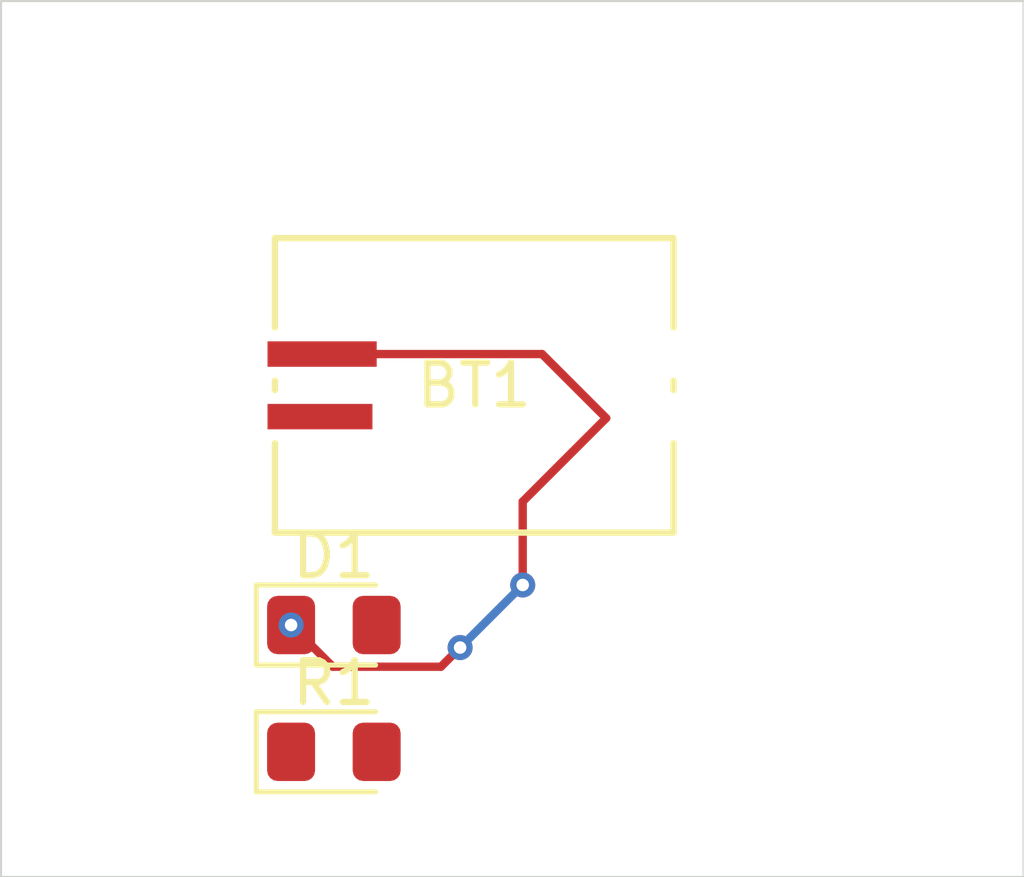
<source format=kicad_pcb>
(kicad_pcb (version 20240108) (generator "pcbnew") (generator_version "8.0")
  (title_block (title "LED Demo Project") (date "2024-10-29") (rev "1.0") (company "Formula Slug"))
  (layers (0 "F.Cu" signal) (31 "B.Cu" signal) (34 "B.Paste" user) (35 "F.Paste" user) (36 "B.SilkS" user "B.Silkscreen") (37 "F.SilkS" user "F.Silkscreen") (38 "B.Mask" user) (39 "F.Mask" user) (44 "Edge.Cuts" user))
  (net 0 "")
  (net 1 "Net-(BT1-+)")
  (net 2 "Net-(D1-A)")
  (footprint "LED_SMD:LED_0805_2012Metric_Pad1.15x1.40mm_HandSolder" (layer "F.Cu") (at 87.975 80.46)
    (property "Reference" "D1" (at 0 -1.65 0) (layer "F.SilkS"))
    (property "Value" "LED")
    (fp_line (start -1.86 -0.96) (end -1.86 0.96) (stroke (width 0.12)) (layer "F.SilkS"))
    (fp_line (start -1.86 0.96) (end 1 0.96) (stroke (width 0.12)) (layer "F.SilkS"))
    (fp_line (start 1 -0.96) (end -1.86 -0.96) (stroke (width 0.12)) (layer "F.SilkS"))
    (pad "1" smd roundrect (at -1.025 0) (size 1.15 1.4) (layers "F.Cu" "F.Paste" "F.Mask") (roundrect_rratio 0.217391) (net 1 "Net-(BT1-+)"))
    (pad "2" smd roundrect (at 1.025 0) (size 1.15 1.4) (layers "F.Cu" "F.Paste" "F.Mask") (roundrect_rratio 0.217391) (net 2 "Net-(D1-A)"))
  )
  (footprint "FS_3_Global_Footprint_Library:MS621FE-FL11E_SEC" (layer "F.Cu") (at 91.3382 74.7138)
    (property "Reference" "BT1" (at 0 0 0) (layer "F.SilkS"))
    (property "Value" "Battery_Cell")
    (fp_line (start -4.7752 -3.5306) (end -4.7752 -1.387541) (stroke (width 0.1524)) (layer "F.SilkS"))
    (fp_line (start -4.7752 -0.112461) (end -4.7752 0.112461) (stroke (width 0.1524)) (layer "F.SilkS"))
    (fp_line (start -4.7752 1.387541) (end -4.7752 3.5306) (stroke (width 0.1524)) (layer "F.SilkS"))
    (fp_line (start -4.7752 3.5306) (end 4.7752 3.5306) (stroke (width 0.1524)) (layer "F.SilkS"))
    (fp_line (start 4.7752 -3.5306) (end -4.7752 -3.5306) (stroke (width 0.1524)) (layer "F.SilkS"))
    (fp_line (start 4.7752 -1.387541) (end 4.7752 -3.5306) (stroke (width 0.1524)) (layer "F.SilkS"))
    (fp_line (start 4.7752 0.112461) (end 4.7752 -0.112461) (stroke (width 0.1524)) (layer "F.SilkS"))
    (fp_line (start 4.7752 3.5306) (end 4.7752 1.387541) (stroke (width 0.1524)) (layer "F.SilkS"))
    (pad "1" smd rect (at -3.6449 -0.750001) (size 2.6162 0.6096) (layers "F.Cu" "F.Paste" "F.Mask") (net 1 "Net-(BT1-+)"))
    (pad "2" smd rect (at -3.6957 0.750001) (size 2.5146 0.6096) (layers "F.Cu" "F.Paste" "F.Mask") (net 1 "Net-(BT1-+)"))
  )
  (footprint "LED_SMD:LED_0805_2012Metric_Pad1.15x1.40mm_HandSolder" (layer "F.Cu") (at 87.975 83.5)
    (property "Reference" "R1" (at 0 -1.65 0) (layer "F.SilkS"))
    (property "Value" "R")
    (fp_line (start -1.86 -0.96) (end -1.86 0.96) (stroke (width 0.12)) (layer "F.SilkS"))
    (fp_line (start -1.86 0.96) (end 1 0.96) (stroke (width 0.12)) (layer "F.SilkS"))
    (fp_line (start 1 -0.96) (end -1.86 -0.96) (stroke (width 0.12)) (layer "F.SilkS"))
    (pad "1" smd roundrect (at -1.025 0) (size 1.15 1.4) (layers "F.Cu" "F.Paste" "F.Mask") (roundrect_rratio 0.217391) (net 1 "Net-(BT1-+)"))
    (pad "2" smd roundrect (at 1.025 0) (size 1.15 1.4) (layers "F.Cu" "F.Paste" "F.Mask") (roundrect_rratio 0.217391) (net 2 "Net-(D1-A)"))
  )
  (gr_rect (start 80 65.5) (end 104.5 86.5) (stroke (width 0.05)) (fill none) (layer "Edge.Cuts"))
  (segment (start 92.5 77.5) (end 92.5 79.5) (width 0.2) (layer "F.Cu") (net 1))
  (segment (start 94.5 75.5) (end 92.5 77.5) (width 0.2) (layer "F.Cu") (net 1))
  (segment (start 91 81) (end 90.54 81.46) (width 0.2) (layer "F.Cu") (net 1))
  (segment (start 87.6933 73.963799) (end 92.963799 73.963799) (width 0.2) (layer "F.Cu") (net 1))
  (segment (start 87.95 81.46) (end 86.95 80.46) (width 0.2) (layer "F.Cu") (net 1))
  (segment (start 90.54 81.46) (end 87.95 81.46) (width 0.2) (layer "F.Cu") (net 1))
  (segment (start 92.963799 73.963799) (end 94.5 75.5) (width 0.2) (layer "F.Cu") (net 1))
  (via (at 92.5 79.5) (size 0.6) (drill 0.3) (layers "F.Cu" "B.Cu") (net 1))
  (via (at 86.95 80.46) (size 0.6) (drill 0.3) (layers "F.Cu" "B.Cu") (net 1))
  (via (at 91 81) (size 0.6) (drill 0.3) (layers "F.Cu" "B.Cu") (net 1))
  (segment (start 92.5 79.5) (end 91 81) (width 0.2) (layer "B.Cu") (net 1))
)
</source>
